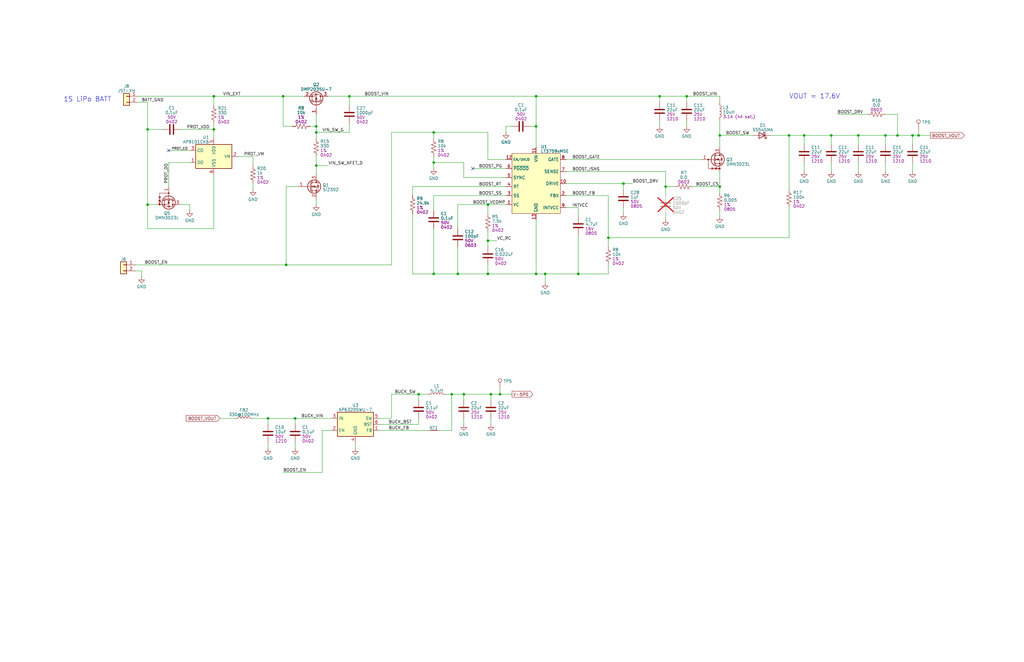
<source format=kicad_sch>
(kicad_sch (version 20230121) (generator eeschema)
  (paper "B")
  (junction (at 182.88 68.58))
  (junction (at 124.46 176.53))
  (junction (at 278.13 40.64))
  (junction (at 90.17 54.61))
  (junction (at 182.88 115.57))
  (junction (at 119.38 40.64))
  (junction (at 384.81 57.15))
  (junction (at 226.06 53.34))
  (junction (at 190.5 166.37))
  (junction (at 350.52 57.15))
  (junction (at 361.95 57.15))
  (junction (at 378.46 57.15))
  (junction (at 210.82 166.37))
  (junction (at 205.74 101.6))
  (junction (at 133.35 69.85))
  (junction (at 120.65 111.76))
  (junction (at 147.32 40.64))
  (junction (at 193.04 115.57))
  (junction (at 280.67 78.74))
  (junction (at 133.35 55.88))
  (junction (at 133.35 53.34))
  (junction (at 205.74 86.36))
  (junction (at 90.17 40.64))
  (junction (at 332.74 57.15))
  (junction (at 226.06 40.64))
  (junction (at 176.53 166.37))
  (junction (at 226.06 115.57))
  (junction (at 205.74 115.57))
  (junction (at 289.56 40.64))
  (junction (at 207.01 166.37))
  (junction (at 387.35 57.15))
  (junction (at 256.54 100.33))
  (junction (at 339.09 57.15))
  (junction (at 303.53 78.74))
  (junction (at 62.23 86.36))
  (junction (at 182.88 55.88))
  (junction (at 373.38 57.15))
  (junction (at 113.03 176.53))
  (junction (at 195.58 166.37))
  (junction (at 303.53 57.15))
  (junction (at 229.87 115.57))
  (junction (at 62.23 54.61))
  (junction (at 262.89 77.47))
  (junction (at 243.84 115.57))
  (no_connect (at 199.39 71.12))
  (no_connect (at 71.12 63.5))
  (wire (pts (xy 133.35 66.04) (xy 133.35 69.85)))
  (wire (pts (xy 133.35 55.88) (xy 147.32 55.88)))
  (wire (pts (xy 256.54 111.76) (xy 256.54 115.57)))
  (wire (pts (xy 133.35 69.85) (xy 133.35 73.66)))
  (wire (pts (xy 119.38 40.64) (xy 128.27 40.64)))
  (wire (pts (xy 119.38 53.34) (xy 119.38 40.64)))
  (wire (pts (xy 350.52 68.58) (xy 350.52 72.39)))
  (wire (pts (xy 280.67 78.74) (xy 280.67 82.55)))
  (wire (pts (xy 165.1 166.37) (xy 176.53 166.37)))
  (wire (pts (xy 160.02 179.07) (xy 176.53 179.07)))
  (wire (pts (xy 256.54 100.33) (xy 332.74 100.33)))
  (wire (pts (xy 292.1 78.74) (xy 303.53 78.74)))
  (wire (pts (xy 373.38 68.58) (xy 373.38 72.39)))
  (wire (pts (xy 387.35 57.15) (xy 392.43 57.15)))
  (wire (pts (xy 350.52 57.15) (xy 361.95 57.15)))
  (wire (pts (xy 256.54 82.55) (xy 256.54 100.33)))
  (wire (pts (xy 193.04 96.52) (xy 193.04 86.36)))
  (wire (pts (xy 90.17 40.64) (xy 90.17 44.45)))
  (wire (pts (xy 76.2 86.36) (xy 80.01 86.36)))
  (wire (pts (xy 182.88 96.52) (xy 182.88 115.57)))
  (wire (pts (xy 210.82 166.37) (xy 207.01 166.37)))
  (wire (pts (xy 59.69 114.3) (xy 59.69 116.84)))
  (wire (pts (xy 182.88 82.55) (xy 182.88 88.9)))
  (wire (pts (xy 262.89 87.63) (xy 262.89 90.17)))
  (wire (pts (xy 182.88 115.57) (xy 193.04 115.57)))
  (wire (pts (xy 139.7 176.53) (xy 124.46 176.53)))
  (wire (pts (xy 238.76 67.31) (xy 295.91 67.31)))
  (wire (pts (xy 215.9 166.37) (xy 210.82 166.37)))
  (wire (pts (xy 226.06 40.64) (xy 226.06 53.34)))
  (wire (pts (xy 378.46 57.15) (xy 373.38 57.15)))
  (wire (pts (xy 90.17 73.66) (xy 90.17 96.52)))
  (wire (pts (xy 124.46 186.69) (xy 124.46 189.23)))
  (wire (pts (xy 147.32 55.88) (xy 147.32 52.07)))
  (wire (pts (xy 138.43 69.85) (xy 133.35 69.85)))
  (wire (pts (xy 149.86 186.69) (xy 149.86 189.23)))
  (wire (pts (xy 190.5 166.37) (xy 195.58 166.37)))
  (wire (pts (xy 106.68 66.04) (xy 106.68 69.85)))
  (wire (pts (xy 176.53 166.37) (xy 180.34 166.37)))
  (wire (pts (xy 205.74 67.31) (xy 213.36 67.31)))
  (wire (pts (xy 165.1 111.76) (xy 120.65 111.76)))
  (wire (pts (xy 256.54 115.57) (xy 243.84 115.57)))
  (wire (pts (xy 133.35 55.88) (xy 133.35 58.42)))
  (wire (pts (xy 57.15 111.76) (xy 120.65 111.76)))
  (wire (pts (xy 387.35 54.61) (xy 387.35 57.15)))
  (wire (pts (xy 113.03 186.69) (xy 113.03 189.23)))
  (wire (pts (xy 256.54 100.33) (xy 256.54 104.14)))
  (wire (pts (xy 262.89 77.47) (xy 266.7 77.47)))
  (wire (pts (xy 226.06 53.34) (xy 226.06 62.23)))
  (wire (pts (xy 278.13 50.8) (xy 278.13 53.34)))
  (wire (pts (xy 243.84 87.63) (xy 243.84 91.44)))
  (wire (pts (xy 176.53 179.07) (xy 176.53 176.53)))
  (wire (pts (xy 280.67 90.17) (xy 280.67 92.71)))
  (wire (pts (xy 238.76 77.47) (xy 262.89 77.47)))
  (wire (pts (xy 205.74 97.79) (xy 205.74 101.6)))
  (wire (pts (xy 303.53 40.64) (xy 289.56 40.64)))
  (wire (pts (xy 100.33 66.04) (xy 106.68 66.04)))
  (wire (pts (xy 106.68 77.47) (xy 106.68 80.01)))
  (wire (pts (xy 243.84 99.06) (xy 243.84 115.57)))
  (wire (pts (xy 80.01 86.36) (xy 80.01 88.9)))
  (wire (pts (xy 193.04 104.14) (xy 193.04 115.57)))
  (wire (pts (xy 205.74 86.36) (xy 205.74 90.17)))
  (wire (pts (xy 120.65 78.74) (xy 125.73 78.74)))
  (wire (pts (xy 195.58 68.58) (xy 195.58 74.93)))
  (wire (pts (xy 182.88 66.04) (xy 182.88 68.58)))
  (wire (pts (xy 339.09 68.58) (xy 339.09 72.39)))
  (wire (pts (xy 238.76 82.55) (xy 256.54 82.55)))
  (wire (pts (xy 106.68 176.53) (xy 113.03 176.53)))
  (wire (pts (xy 215.9 53.34) (xy 213.36 53.34)))
  (wire (pts (xy 332.74 57.15) (xy 339.09 57.15)))
  (wire (pts (xy 213.36 86.36) (xy 205.74 86.36)))
  (wire (pts (xy 182.88 68.58) (xy 195.58 68.58)))
  (wire (pts (xy 180.34 181.61) (xy 160.02 181.61)))
  (wire (pts (xy 173.99 82.55) (xy 173.99 78.74)))
  (wire (pts (xy 303.53 72.39) (xy 303.53 78.74)))
  (wire (pts (xy 133.35 83.82) (xy 133.35 86.36)))
  (wire (pts (xy 289.56 50.8) (xy 289.56 53.34)))
  (wire (pts (xy 278.13 43.18) (xy 278.13 40.64)))
  (wire (pts (xy 303.53 43.18) (xy 303.53 40.64)))
  (wire (pts (xy 119.38 199.39) (xy 135.89 199.39)))
  (wire (pts (xy 229.87 115.57) (xy 243.84 115.57)))
  (wire (pts (xy 147.32 44.45) (xy 147.32 40.64)))
  (wire (pts (xy 123.19 53.34) (xy 119.38 53.34)))
  (wire (pts (xy 62.23 96.52) (xy 62.23 86.36)))
  (wire (pts (xy 223.52 53.34) (xy 226.06 53.34)))
  (wire (pts (xy 66.04 86.36) (xy 62.23 86.36)))
  (wire (pts (xy 332.74 57.15) (xy 332.74 80.01)))
  (wire (pts (xy 229.87 115.57) (xy 229.87 119.38)))
  (wire (pts (xy 90.17 52.07) (xy 90.17 54.61)))
  (wire (pts (xy 173.99 78.74) (xy 213.36 78.74)))
  (wire (pts (xy 124.46 176.53) (xy 124.46 179.07)))
  (wire (pts (xy 71.12 78.74) (xy 71.12 68.58)))
  (wire (pts (xy 62.23 54.61) (xy 62.23 86.36)))
  (wire (pts (xy 195.58 176.53) (xy 195.58 179.07)))
  (wire (pts (xy 378.46 57.15) (xy 378.46 48.26)))
  (wire (pts (xy 213.36 82.55) (xy 182.88 82.55)))
  (wire (pts (xy 361.95 68.58) (xy 361.95 72.39)))
  (wire (pts (xy 92.71 176.53) (xy 99.06 176.53)))
  (wire (pts (xy 207.01 168.91) (xy 207.01 166.37)))
  (wire (pts (xy 182.88 55.88) (xy 165.1 55.88)))
  (wire (pts (xy 317.5 57.15) (xy 303.53 57.15)))
  (wire (pts (xy 90.17 40.64) (xy 119.38 40.64)))
  (wire (pts (xy 373.38 57.15) (xy 361.95 57.15)))
  (wire (pts (xy 303.53 57.15) (xy 303.53 62.23)))
  (wire (pts (xy 387.35 57.15) (xy 384.81 57.15)))
  (wire (pts (xy 207.01 176.53) (xy 207.01 179.07)))
  (wire (pts (xy 205.74 101.6) (xy 205.74 104.14)))
  (wire (pts (xy 350.52 60.96) (xy 350.52 57.15)))
  (wire (pts (xy 133.35 48.26) (xy 133.35 53.34)))
  (wire (pts (xy 173.99 115.57) (xy 182.88 115.57)))
  (wire (pts (xy 190.5 166.37) (xy 190.5 181.61)))
  (wire (pts (xy 205.74 111.76) (xy 205.74 115.57)))
  (wire (pts (xy 278.13 40.64) (xy 226.06 40.64)))
  (wire (pts (xy 71.12 63.5) (xy 80.01 63.5)))
  (wire (pts (xy 90.17 54.61) (xy 90.17 58.42)))
  (wire (pts (xy 165.1 176.53) (xy 165.1 166.37)))
  (wire (pts (xy 262.89 77.47) (xy 262.89 80.01)))
  (wire (pts (xy 284.48 78.74) (xy 280.67 78.74)))
  (wire (pts (xy 384.81 57.15) (xy 378.46 57.15)))
  (wire (pts (xy 278.13 40.64) (xy 289.56 40.64)))
  (wire (pts (xy 361.95 60.96) (xy 361.95 57.15)))
  (wire (pts (xy 325.12 57.15) (xy 332.74 57.15)))
  (wire (pts (xy 353.06 48.26) (xy 365.76 48.26)))
  (wire (pts (xy 113.03 176.53) (xy 124.46 176.53)))
  (wire (pts (xy 195.58 166.37) (xy 195.58 168.91)))
  (wire (pts (xy 133.35 53.34) (xy 133.35 55.88)))
  (wire (pts (xy 350.52 57.15) (xy 339.09 57.15)))
  (wire (pts (xy 339.09 57.15) (xy 339.09 60.96)))
  (wire (pts (xy 226.06 92.71) (xy 226.06 115.57)))
  (wire (pts (xy 135.89 181.61) (xy 139.7 181.61)))
  (wire (pts (xy 173.99 90.17) (xy 173.99 115.57)))
  (wire (pts (xy 58.42 43.18) (xy 62.23 43.18)))
  (wire (pts (xy 238.76 87.63) (xy 243.84 87.63)))
  (wire (pts (xy 58.42 40.64) (xy 90.17 40.64)))
  (wire (pts (xy 384.81 60.96) (xy 384.81 57.15)))
  (wire (pts (xy 226.06 115.57) (xy 229.87 115.57)))
  (wire (pts (xy 205.74 101.6) (xy 209.55 101.6)))
  (wire (pts (xy 373.38 60.96) (xy 373.38 57.15)))
  (wire (pts (xy 303.53 88.9) (xy 303.53 91.44)))
  (wire (pts (xy 130.81 53.34) (xy 133.35 53.34)))
  (wire (pts (xy 160.02 176.53) (xy 165.1 176.53)))
  (wire (pts (xy 113.03 176.53) (xy 113.03 179.07)))
  (wire (pts (xy 147.32 40.64) (xy 138.43 40.64)))
  (wire (pts (xy 190.5 181.61) (xy 185.42 181.61)))
  (wire (pts (xy 195.58 74.93) (xy 213.36 74.93)))
  (wire (pts (xy 176.53 166.37) (xy 176.53 168.91)))
  (wire (pts (xy 205.74 55.88) (xy 205.74 67.31)))
  (wire (pts (xy 199.39 71.12) (xy 213.36 71.12)))
  (wire (pts (xy 332.74 100.33) (xy 332.74 87.63)))
  (wire (pts (xy 193.04 115.57) (xy 205.74 115.57)))
  (wire (pts (xy 182.88 55.88) (xy 182.88 58.42)))
  (wire (pts (xy 303.53 78.74) (xy 303.53 81.28)))
  (wire (pts (xy 210.82 163.83) (xy 210.82 166.37)))
  (wire (pts (xy 280.67 72.39) (xy 238.76 72.39)))
  (wire (pts (xy 62.23 54.61) (xy 62.23 43.18)))
  (wire (pts (xy 384.81 68.58) (xy 384.81 72.39)))
  (wire (pts (xy 165.1 55.88) (xy 165.1 111.76)))
  (wire (pts (xy 187.96 166.37) (xy 190.5 166.37)))
  (wire (pts (xy 195.58 166.37) (xy 207.01 166.37)))
  (wire (pts (xy 289.56 40.64) (xy 289.56 43.18)))
  (wire (pts (xy 120.65 78.74) (xy 120.65 111.76)))
  (wire (pts (xy 57.15 114.3) (xy 59.69 114.3)))
  (wire (pts (xy 205.74 115.57) (xy 226.06 115.57)))
  (wire (pts (xy 62.23 54.61) (xy 68.58 54.61)))
  (wire (pts (xy 90.17 96.52) (xy 62.23 96.52)))
  (wire (pts (xy 135.89 199.39) (xy 135.89 181.61)))
  (wire (pts (xy 182.88 68.58) (xy 182.88 71.12)))
  (wire (pts (xy 76.2 54.61) (xy 90.17 54.61)))
  (wire (pts (xy 193.04 86.36) (xy 205.74 86.36)))
  (wire (pts (xy 303.53 50.8) (xy 303.53 57.15)))
  (wire (pts (xy 378.46 48.26) (xy 373.38 48.26)))
  (wire (pts (xy 71.12 68.58) (xy 80.01 68.58)))
  (wire (pts (xy 280.67 78.74) (xy 280.67 72.39)))
  (wire (pts (xy 213.36 53.34) (xy 213.36 55.88)))
  (wire (pts (xy 147.32 40.64) (xy 226.06 40.64)))
  (wire (pts (xy 205.74 55.88) (xy 182.88 55.88)))
  (text "VOUT = 17.6V" (at 332.74 41.91 0) (effects (font (size 2 2)) (justify left bottom)))
  (text "1S LiPo BATT" (at 46.99 43.18 0) (effects (font (size 2 2)) (justify right bottom)))
  (label "BATT_GND" (at 59.69 43.18 0))
  (label "BOOST_VIN" (at 153.67 40.64 0))
  (label "BOOST_CS" (at 293.37 78.74 0))
  (label "BOOST_RT" (at 201.93 78.74 0))
  (label "VIN_EXT" (at 93.98 40.64 0))
  (label "PROT_CO" (at 72.39 63.5 0) (effects (font (size 1 1))))
  (label "BOOST_PG" (at 201.93 71.12 0))
  (label "BOOST_DRV" (at 353.06 48.26 0))
  (label "BOOST_SW" (at 306.07 57.15 0))
  (label "BOOST_ISNS" (at 241.3 72.39 0))
  (label "BUCK_SW" (at 166.37 166.37 0))
  (label "BUCK_FB" (at 163.83 181.61 0))
  (label "BOOST_DRV" (at 266.7 77.47 0))
  (label "PROT_VM" (at 102.87 66.04 0))
  (label "PROT_VDD" (at 78.74 54.61 0))
  (label "PROT_DO" (at 71.12 77.47 90))
  (label "BOOST_FB" (at 241.3 82.55 0))
  (label "BOOST_EN" (at 60.96 111.76 0))
  (label "VC_RC" (at 209.55 101.6 0))
  (label "BUCK_BST" (at 163.83 179.07 0))
  (label "BOOST_GATE" (at 241.3 67.31 0))
  (label "BUCK_VIN" (at 127 176.53 0))
  (label "BOOST_SS" (at 201.93 82.55 0))
  (label "VIN_SW_NFET_D" (at 138.43 69.85 0))
  (label "BOOST_VCOMP" (at 199.39 86.36 0))
  (label "VIN_SW_G" (at 135.89 55.88 0))
  (label "INTVCC" (at 241.3 87.63 0))
  (label "BOOST_EN" (at 119.38 199.39 0))
  (label "BOOST_VIN" (at 292.1 40.64 0))
  (global_label "BOOST_VOUT" (shape output) (at 392.43 57.15 0) (property "Intersheetrefs" "${INTERSHEET_REFS}" (effects hide)))
  (global_label "BOOST_VOUT" (shape input) (at 92.71 176.53 180) (property "Intersheetrefs" "${INTERSHEET_REFS}" (effects hide)))
  (global_label "V-5P0" (shape output) (at 215.9 166.37 0) (property "Intersheetrefs" "${INTERSHEET_REFS}" (effects hide)))
  (symbol (lib_id "Device:C") (at 176.53 172.72 0) (unit 1)
    (property "Reference" "C1" (at 179.451 170.1553 0) (effects (justify left)))
    (property "Value" "0.1uF" (at 179.451 172.0763 0) (effects (justify left)))
    (property "Footprint" "Capacitor_SMD:C_0402_1005Metric" (effects hide))
    (property "Voltage Rating" "50V" (at 179.451 173.9973 0) (effects (justify left)))
    (property "Mfr. Part #" "GRM155R71H104KE14D" (effects hide))
    (property "JLCPCB Part #" "C77020" (effects hide))
    (property "Description" "50V 100nF X7R ±10% 0402 Multilayer Ceramic Capacitors MLCC - SMD/SMT ROHS" (effects hide))
    (property "Manufacturer" "Murata Electronics" (effects hide))
    (property "Mfr Part #" "GRM155R71H104KE14D" (effects hide))
    (property "Package Desc" "0402" (at 179.451 175.9183 0) (effects (justify left)))
    (instances (project "Rhubarb_Pi_HW" (path "" (reference "C1") (unit 1)) (path "" (reference "C5") (unit 1))) (project "FET_Amplifier_HW" (path "" (reference "C26") (unit 1)) (path "" (reference "C33") (unit 1))) (project "FM_Radio_70cm_HW" (path "" (reference "C33") (unit 1)) (path "" (reference "C10") (unit 1)) (path "" (reference "C74") (unit 1)) (path "" (reference "C60") (unit 1))))
  )
  (symbol (lib_id "power:GND") (at 373.38 72.39 0) (unit 1)
    (property "Reference" "#PWR031" (effects hide))
    (property "Value" "GND" (at 373.38 76.5255 0))
    (instances (project "FET_Amplifier_HW" (path "" (reference "#PWR031") (unit 1)) (path "" (reference "#PWR041") (unit 1))))
  )
  (symbol (lib_id "Device:C") (at 205.74 107.95 0) (unit 1)
    (property "Reference" "C16" (at 208.661 105.3853 0) (effects (justify left)))
    (property "Value" "0.022uF" (at 208.661 107.3063 0) (effects (justify left)))
    (property "Footprint" "Capacitor_SMD:C_0402_1005Metric" (effects hide))
    (property "Description" "CAP SMD 22nF 10% 50V X7R 0603" (effects hide))
    (property "JLCPCB Part #" "C21122" (effects hide))
    (property "Manufacturer" "Samsung Electro-Mechanics" (effects hide))
    (property "Mfr. Part #" "CL10B223KB8NNNC" (effects hide))
    (property "Voltage Rating" "50V" (at 208.661 109.2273 0) (effects (justify left)))
    (property "Package Desc" "0402" (at 208.661 111.1483 0) (effects (justify left)))
    (instances (project "FET_Amplifier_HW" (path "" (reference "C16") (unit 1)) (path "" (reference "C19") (unit 1))) (project "Pin_Diode_Duplexer" (path "" (reference "C5") (unit 1))) (project "FM_Radio_70cm_HW" (path "" (reference "C1") (unit 1))))
  )
  (symbol (lib_id "Device:NetTie_2") (at 182.88 181.61 0) (unit 1) (in_bom no)
    (property "Reference" "NT1" (at 182.88 180.5211 0))
    (property "Value" "NetTie_2" (effects hide))
    (property "Footprint" "Repowered_NetTies:NetTie-2_SMD_Pad0.25mm" (effects hide))
  )
  (symbol (lib_id "power:GND") (at 229.87 119.38 0) (unit 1)
    (property "Reference" "#PWR017" (effects hide))
    (property "Value" "GND" (at 229.87 123.5155 0))
    (instances (project "FET_Amplifier_HW" (path "" (reference "#PWR017") (unit 1)) (path "" (reference "#PWR032") (unit 1))))
  )
  (symbol (lib_id "Device:L") (at 184.15 166.37 90) (unit 1)
    (property "Reference" "L1" (at 184.15 162.8547 90))
    (property "Value" "4.7uH" (at 184.15 164.7757 90))
    (property "Footprint" "Inductor_SMD:L_Sunlord_SWPA4018S" (effects hide))
    (property "Mfr. Part #" "SWPA4018S4R7MT" (effects hide))
    (property "Manufacturer" "Sunlord" (effects hide))
    (property "JLCPCB Part #" "C60117" (effects hide))
    (instances (project "Weather_Balloon_Payload_HW" (path "" (reference "L1") (unit 1))) (project "FET_Amplifier_HW" (path "" (reference "L8") (unit 1))) (project "RS232_Pirate_HW" (path "" (reference "L2") (unit 1))))
  )
  (symbol (lib_id "Device:R_US") (at 90.17 48.26 0) (unit 1)
    (property "Reference" "R21" (at 91.821 45.6953 0) (effects (justify left)))
    (property "Value" "330" (at 91.821 47.6163 0) (effects (justify left)))
    (property "Footprint" "Resistor_SMD:R_0402_1005Metric" (effects hide))
    (property "Tolerance" "1%" (at 91.821 49.5373 0) (effects (justify left)))
    (property "Package Desc" "0402" (at 91.821 51.4583 0) (effects (justify left)))
    (property "Manufacturer" "UNI-ROYAL(Uniroyal Elec)" (effects hide))
    (property "Mfr. Part #" "0402WGF3300TCE" (effects hide))
    (property "JLCPCB Part #" "C25104" (effects hide))
    (instances (project "FET_Amplifier_HW" (path "" (reference "R21") (unit 1)) (path "" (reference "R5") (unit 1))))
  )
  (symbol (lib_id "power:GND") (at 280.67 92.71 0) (unit 1)
    (property "Reference" "#PWR035" (effects hide))
    (property "Value" "GND" (at 280.67 96.8455 0))
  )
  (symbol (lib_id "Device:C") (at 373.38 64.77 0) (unit 1)
    (property "Reference" "C11" (at 376.301 62.2053 0) (effects (justify left)))
    (property "Value" "22uF" (at 376.301 64.1263 0) (effects (justify left)))
    (property "Footprint" "Capacitor_SMD:C_1210_3225Metric" (effects hide))
    (property "JLCPCB Part #" "C342660" (effects hide))
    (property "Manufacturer" "TDK" (effects hide))
    (property "Mfr. Part #" "C3225X7R1C226KT000N" (effects hide))
    (property "Voltage Rating" "25V" (at 376.301 66.0473 0) (effects (justify left)))
    (property "Package Desc" "1210" (at 376.301 67.9683 0) (effects (justify left)))
    (property "Description" "CAP CER 22uF 20% 25V X5R 1210" (effects hide))
    (instances (project "Weather_Balloon_Payload_HW" (path "" (reference "C11") (unit 1))) (project "FET_Amplifier_HW" (path "" (reference "C21") (unit 1)) (path "" (reference "C29") (unit 1))) (project "RF_Freq_Synth" (path "" (reference "C32") (unit 1))) (project "RS232_Pirate_HW" (path "" (reference "C6") (unit 1))) (project "FM_Radio_70cm_HW" (path "" (reference "C85") (unit 1))))
  )
  (symbol (lib_id "power:GND") (at 149.86 189.23 0) (unit 1)
    (property "Reference" "#PWR047" (effects hide))
    (property "Value" "GND" (at 149.86 193.3655 0))
  )
  (symbol (lib_id "Device:C") (at 289.56 46.99 0) (unit 1)
    (property "Reference" "C11" (at 292.481 44.4253 0) (effects (justify left)))
    (property "Value" "22uF" (at 292.481 46.3463 0) (effects (justify left)))
    (property "Footprint" "Capacitor_SMD:C_1210_3225Metric" (effects hide))
    (property "JLCPCB Part #" "C342660" (effects hide))
    (property "Manufacturer" "TDK" (effects hide))
    (property "Mfr. Part #" "C3225X7R1C226KT000N" (effects hide))
    (property "Voltage Rating" "25V" (at 292.481 48.2673 0) (effects (justify left)))
    (property "Package Desc" "1210" (at 292.481 50.1883 0) (effects (justify left)))
    (property "Description" "CAP CER 22uF 20% 25V X5R 1210" (effects hide))
    (instances (project "Weather_Balloon_Payload_HW" (path "" (reference "C11") (unit 1))) (project "FET_Amplifier_HW" (path "" (reference "C23") (unit 1)) (path "" (reference "C25") (unit 1))) (project "RF_Freq_Synth" (path "" (reference "C32") (unit 1))) (project "RS232_Pirate_HW" (path "" (reference "C6") (unit 1))) (project "FM_Radio_70cm_HW" (path "" (reference "C85") (unit 1))))
  )
  (symbol (lib_id "Device:C") (at 193.04 100.33 0) (unit 1)
    (property "Reference" "C12" (at 195.961 97.7653 0) (effects (justify left)))
    (property "Value" "100pF" (at 195.961 99.6863 0) (effects (justify left)))
    (property "Footprint" "Capacitor_SMD:C_0603_1608Metric" (effects hide))
    (property "Description" "CAP SMD 100pF 10% 50V NP0/C0G 0603" (effects hide))
    (property "JLCPCB Part #" "C14858" (effects hide))
    (property "Manufacturer" "Samsung Electro-Mechanics" (effects hide))
    (property "Mfr. Part #" "CL10C101JB8NNNC" (effects hide))
    (property "Voltage Rating" "50V" (at 195.961 101.6073 0) (effects (justify left)))
    (property "Package Desc" "0603" (at 195.961 103.5283 0) (effects (justify left)))
    (instances (project "FET_Amplifier_HW" (path "" (reference "C12") (unit 1)) (path "" (reference "C18") (unit 1))) (project "Pin_Diode_Duplexer" (path "" (reference "C5") (unit 1))) (project "FM_Radio_70cm_HW" (path "" (reference "C1") (unit 1))))
  )
  (symbol (lib_id "power:GND") (at 350.52 72.39 0) (unit 1)
    (property "Reference" "#PWR029" (effects hide))
    (property "Value" "GND" (at 350.52 76.5255 0))
    (instances (project "FET_Amplifier_HW" (path "" (reference "#PWR029") (unit 1)) (path "" (reference "#PWR039") (unit 1))))
  )
  (symbol (lib_id "Transistor_FET:DMG1012T") (at 71.12 83.82 270) (unit 1)
    (property "Reference" "Q5" (at 70.4215 89.9875 90))
    (property "Value" "DMN3023L" (at 70.4215 91.9085 90))
    (property "Footprint" "Repowered_TO-SOT-SMD:SOT-23" (effects hide))
    (property "Datasheet" "https://www.diodes.com/assets/Datasheets/DMN3023L.pdf" (effects hide))
    (instances (project "FET_Amplifier_HW" (path "" (reference "Q5") (unit 1)) (path "" (reference "Q2") (unit 1))))
  )
  (symbol (lib_id "Device:C") (at 207.01 172.72 0) (unit 1)
    (property "Reference" "C2" (at 209.931 170.1553 0) (effects (justify left)))
    (property "Value" "22uF" (at 209.931 172.0763 0) (effects (justify left)))
    (property "Footprint" "Capacitor_SMD:C_1210_3225Metric" (effects hide))
    (property "JLCPCB Part #" "C342660" (effects hide))
    (property "Manufacturer" "TDK" (effects hide))
    (property "Mfr. Part #" "C3225X7R1C226KT000N" (effects hide))
    (property "Voltage Rating" "25V" (at 209.931 173.9973 0) (effects (justify left)))
    (property "Package Desc" "1210" (at 209.931 175.9183 0) (effects (justify left)))
    (property "Description" "CAP CER 22uF 20% 25V X5R 1210" (effects hide))
    (instances (project "Weather_Balloon_Payload_HW" (path "" (reference "C2") (unit 1))) (project "FET_Amplifier_HW" (path "" (reference "C35") (unit 1))) (project "RF_Freq_Synth" (path "" (reference "C32") (unit 1))) (project "RS232_Pirate_HW" (path "" (reference "C6") (unit 1))) (project "FM_Radio_70cm_HW" (path "" (reference "C85") (unit 1))))
  )
  (symbol (lib_id "Connector_Generic:Conn_01x02") (at 52.07 111.76 0) (mirror y) (unit 1)
    (property "Reference" "J6" (at 52.07 109.4011 0))
    (property "Value" "Conn_01x02" (effects hide))
    (property "Footprint" "Connector_PinHeader_2.54mm:PinHeader_1x02_P2.54mm_Vertical" (effects hide))
    (instances (project "FET_Amplifier_HW" (path "" (reference "J6") (unit 1)) (path "" (reference "J2") (unit 1))))
  )
  (symbol (lib_id "Device:R_US") (at 205.74 93.98 180) (unit 1)
    (property "Reference" "R5" (at 207.391 91.4153 0) (effects (justify right)))
    (property "Value" "7.5k" (at 207.391 93.3363 0) (effects (justify right)))
    (property "Footprint" "Resistor_SMD:R_0402_1005Metric" (effects hide))
    (property "Tolerance" "1%" (at 207.391 95.2573 0) (effects (justify right)))
    (property "Package Desc" "0402" (at 207.391 97.1783 0) (effects (justify right)))
    (property "Manufacturer" "UNI-ROYAL(Uniroyal Elec)" (effects hide))
    (property "Mfr. Part #" "0402WGF7501TCE" (effects hide))
    (property "JLCPCB Part #" "C25918" (effects hide))
    (instances (project "FET_Amplifier_HW" (path "" (reference "R5") (unit 1)) (path "" (reference "R15") (unit 1))))
  )
  (symbol (lib_id "Connector:TestPoint") (at 210.82 163.83 0) (unit 1)
    (property "Reference" "TP5" (at 212.217 160.8448 0) (effects (justify left)))
    (property "Value" "TestPoint" (effects hide))
    (property "Footprint" "TestPoint:TestPoint_Pad_D1.0mm" (effects hide))
    (instances (project "FET_Amplifier_HW" (path "" (reference "TP5") (unit 1)) (path "" (reference "TP10") (unit 1))))
  )
  (symbol (lib_id "Device:R_US") (at 133.35 62.23 0) (unit 1)
    (property "Reference" "R15" (at 135.001 59.6653 0) (effects (justify left)))
    (property "Value" "330" (at 135.001 61.5863 0) (effects (justify left)))
    (property "Footprint" "Resistor_SMD:R_0402_1005Metric" (effects hide))
    (property "Tolerance" "1%" (at 135.001 63.5073 0) (effects (justify left)))
    (property "Package Desc" "0402" (at 135.001 65.4283 0) (effects (justify left)))
    (property "Manufacturer" "UNI-ROYAL(Uniroyal Elec)" (effects hide))
    (property "Mfr. Part #" "0402WGF3300TCE" (effects hide))
    (property "JLCPCB Part #" "C25104" (effects hide))
    (instances (project "FET_Amplifier_HW" (path "" (reference "R15") (unit 1)) (path "" (reference "R8") (unit 1))))
  )
  (symbol (lib_id "Device:C") (at 219.71 53.34 90) (unit 1)
    (property "Reference" "C1" (at 219.71 44.3291 90))
    (property "Value" "0.1uF" (at 219.71 46.2501 90))
    (property "Footprint" "Capacitor_SMD:C_0402_1005Metric" (effects hide))
    (property "Voltage Rating" "50V" (at 219.71 48.1711 90))
    (property "Mfr. Part #" "GRM155R71H104KE14D" (effects hide))
    (property "JLCPCB Part #" "C77020" (effects hide))
    (property "Description" "50V 100nF X7R ±10% 0402 Multilayer Ceramic Capacitors MLCC - SMD/SMT ROHS" (effects hide))
    (property "Manufacturer" "Murata Electronics" (effects hide))
    (property "Mfr Part #" "GRM155R71H104KE14D" (effects hide))
    (property "Package Desc" "0402" (at 219.71 50.0921 90))
    (instances (project "Rhubarb_Pi_HW" (path "" (reference "C1") (unit 1)) (path "" (reference "C5") (unit 1))) (project "FET_Amplifier_HW" (path "" (reference "C29") (unit 1)) (path "" (reference "C20") (unit 1))) (project "FM_Radio_70cm_HW" (path "" (reference "C33") (unit 1)) (path "" (reference "C10") (unit 1)) (path "" (reference "C74") (unit 1)) (path "" (reference "C60") (unit 1))))
  )
  (symbol (lib_id "power:GND") (at 124.46 189.23 0) (unit 1)
    (property "Reference" "#PWR029" (effects hide))
    (property "Value" "GND" (at 124.46 193.3655 0))
    (instances (project "Weather_Balloon_Payload_HW" (path "" (reference "#PWR029") (unit 1))) (project "FET_Amplifier_HW" (path "" (reference "#PWR049") (unit 1))) (project "RS232_Pirate_HW" (path "" (reference "#PWR013") (unit 1))))
  )
  (symbol (lib_id "Device:C") (at 280.67 86.36 0) (unit 1) (dnp yes)
    (property "Reference" "C25" (at 283.591 83.7953 0) (effects (justify left)))
    (property "Value" "1000pF" (at 283.591 85.7163 0) (effects (justify left)))
    (property "Footprint" "Capacitor_SMD:C_0402_1005Metric" (effects hide))
    (property "Description" "CAP SMD 1000pF 10% 50V X7R 0603" (effects hide))
    (property "JLCPCB Part #" "C1588" (effects hide))
    (property "Manufacturer" "Samsung Electro-Mechanics" (effects hide))
    (property "Mfr Part #" "C1005NPO102JGT" (effects hide))
    (property "Mfr. Part #" "CL10B102KB8NNNC" (effects hide))
    (property "Voltage Rating" "50V" (at 283.591 87.6373 0) (effects (justify left)))
    (property "Package Desc" "0402" (at 283.591 89.5583 0) (effects (justify left)))
    (instances (project "FET_Amplifier_HW" (path "" (reference "C25") (unit 1)) (path "" (reference "C24") (unit 1))) (project "Pin_Diode_Duplexer" (path "" (reference "C5") (unit 1))) (project "FM_Radio_70cm_HW" (path "" (reference "C1") (unit 1))))
  )
  (symbol (lib_id "Device:D_Schottky") (at 321.31 57.15 180) (unit 1)
    (property "Reference" "D1" (at 321.6275 52.8701 0))
    (property "Value" "SS54SMA" (at 321.6275 54.7911 0))
    (property "Footprint" "Diode_SMD:D_SMA" (effects hide))
    (property "Mfr. Part #" "SS54SMA" (effects hide))
    (property "JLCPCB Part #" "C511853" (effects hide))
    (property "Description" "40V 550mV@3A 5A SMA Schottky" (effects hide))
  )
  (symbol (lib_id "Device:R_US") (at 256.54 107.95 0) (unit 1)
    (property "Reference" "R8" (at 258.191 105.3853 0) (effects (justify left)))
    (property "Value" "10k" (at 258.191 107.3063 0) (effects (justify left)))
    (property "Footprint" "Resistor_SMD:R_0402_1005Metric" (effects hide))
    (property "Description" "62.5mW Thick Film Resistors ±0.5% 10.2kΩ 0402 Chip Resistor - Surface Mount ROHS" (effects hide))
    (property "JLCPCB Part #" "C303730" (effects hide))
    (property "Manufacturer" "RALEC" (effects hide))
    (property "Mfr. Part #" "RTT021022DTH" (effects hide))
    (property "Tolerance" "1%" (at 258.191 109.2273 0) (effects (justify left)))
    (property "Package Desc" "0402" (at 258.191 111.1483 0) (effects (justify left)))
    (instances (project "Weather_Balloon_Payload_HW" (path "" (reference "R8") (unit 1))) (project "FET_Amplifier_HW" (path "" (reference "R18") (unit 1)) (path "" (reference "R16") (unit 1))) (project "RS232_Pirate_HW" (path "" (reference "R3") (unit 1))) (project "FM_Radio_70cm_HW" (path "" (reference "R1") (unit 1)) (path "" (reference "R1") (unit 1))))
  )
  (symbol (lib_id "Device:R_US") (at 332.74 83.82 180) (unit 1)
    (property "Reference" "R17" (at 334.391 81.2553 0) (effects (justify right)))
    (property "Value" "100k" (at 334.391 83.1763 0) (effects (justify right)))
    (property "Footprint" "Resistor_SMD:R_0402_1005Metric" (effects hide))
    (property "Tolerance" "1%" (at 334.391 85.0973 0) (effects (justify right)))
    (property "Package Desc" "0402" (at 334.391 87.0183 0) (effects (justify right)))
    (property "Manufacturer" "UNI-ROYAL(Uniroyal Elec)" (effects hide))
    (property "Mfr. Part #" "0402WGF1003TCE" (effects hide))
    (property "JLCPCB Part #" "C25741" (effects hide))
    (instances (project "FET_Amplifier_HW" (path "" (reference "R17") (unit 1)) (path "" (reference "R20") (unit 1))))
  )
  (symbol (lib_id "power:GND") (at 361.95 72.39 0) (unit 1)
    (property "Reference" "#PWR030" (effects hide))
    (property "Value" "GND" (at 361.95 76.5255 0))
    (instances (project "FET_Amplifier_HW" (path "" (reference "#PWR030") (unit 1)) (path "" (reference "#PWR040") (unit 1))))
  )
  (symbol (lib_id "Device:C") (at 147.32 48.26 0) (unit 1)
    (property "Reference" "C27" (at 150.241 45.6953 0) (effects (justify left)))
    (property "Value" "1000pF" (at 150.241 47.6163 0) (effects (justify left)))
    (property "Footprint" "Capacitor_SMD:C_0402_1005Metric" (effects hide))
    (property "Description" "CAP SMD 1000pF 10% 50V X7R 0603" (effects hide))
    (property "JLCPCB Part #" "C1588" (effects hide))
    (property "Manufacturer" "Samsung Electro-Mechanics" (effects hide))
    (property "Mfr Part #" "C1005NPO102JGT" (effects hide))
    (property "Mfr. Part #" "CL10B102KB8NNNC" (effects hide))
    (property "Voltage Rating" "50V" (at 150.241 49.5373 0) (effects (justify left)))
    (property "Package Desc" "0402" (at 150.241 51.4583 0) (effects (justify left)))
    (instances (project "FET_Amplifier_HW" (path "" (reference "C27") (unit 1)) (path "" (reference "C16") (unit 1))) (project "Pin_Diode_Duplexer" (path "" (reference "C5") (unit 1))) (project "FM_Radio_70cm_HW" (path "" (reference "C1") (unit 1))))
  )
  (symbol (lib_id "power:GND") (at 182.88 71.12 0) (unit 1)
    (property "Reference" "#PWR038" (effects hide))
    (property "Value" "GND" (at 182.88 75.2555 0))
    (instances (project "FET_Amplifier_HW" (path "" (reference "#PWR038") (unit 1)) (path "" (reference "#PWR030") (unit 1))))
  )
  (symbol (lib_id "power:GND") (at 195.58 179.07 0) (unit 1)
    (property "Reference" "#PWR045" (effects hide))
    (property "Value" "GND" (at 195.58 183.2055 0))
  )
  (symbol (lib_id "power:GND") (at 59.69 116.84 0) (unit 1)
    (property "Reference" "#PWR033" (effects hide))
    (property "Value" "GND" (at 59.69 120.9755 0))
    (instances (project "FET_Amplifier_HW" (path "" (reference "#PWR033") (unit 1)) (path "" (reference "#PWR017") (unit 1))))
  )
  (symbol (lib_id "power:GND") (at 289.56 53.34 0) (unit 1)
    (property "Reference" "#PWR037" (effects hide))
    (property "Value" "GND" (at 289.56 57.4755 0))
    (instances (project "FET_Amplifier_HW" (path "" (reference "#PWR037") (unit 1)) (path "" (reference "#PWR036") (unit 1))))
  )
  (symbol (lib_id "Device:C") (at 243.84 95.25 0) (unit 1)
    (property "Reference" "C1" (at 246.761 92.6853 0) (effects (justify left)))
    (property "Value" "4.7uF" (at 246.761 94.6063 0) (effects (justify left)))
    (property "Footprint" "Capacitor_SMD:C_0805_2012Metric" (effects hide))
    (property "Voltage Rating" "16V" (at 246.761 96.5273 0) (effects (justify left)))
    (property "Mfr. Part #" "CL21A475KAQNNNE" (effects hide))
    (property "JLCPCB Part #" "C1779" (effects hide))
    (property "Description" "CAP CER 4.7UF 16V X5R 0805" (effects hide))
    (property "Manufacturer" "Samsung Electro-Mechanics" (effects hide))
    (property "Package Desc" "0805" (at 246.761 98.4483 0) (effects (justify left)))
    (instances (project "Rhubarb_Pi_HW" (path "" (reference "C1") (unit 1)) (path "" (reference "C5") (unit 1))) (project "FET_Amplifier_HW" (path "" (reference "C18") (unit 1)) (path "" (reference "C21") (unit 1))) (project "FM_Radio_70cm_HW" (path "" (reference "C33") (unit 1)) (path "" (reference "C10") (unit 1)) (path "" (reference "C74") (unit 1)) (path "" (reference "C60") (unit 1))))
  )
  (symbol (lib_id "power:GND") (at 213.36 55.88 0) (unit 1)
    (property "Reference" "#PWR040" (effects hide))
    (property "Value" "GND" (at 213.36 60.0155 0))
    (instances (project "FET_Amplifier_HW" (path "" (reference "#PWR040") (unit 1)) (path "" (reference "#PWR031") (unit 1))))
  )
  (symbol (lib_id "Device:R_US") (at 303.53 85.09 180) (unit 1)
    (property "Reference" "R6" (at 305.181 82.5253 0) (effects (justify right)))
    (property "Value" "0.005" (at 305.181 84.4463 0) (effects (justify right)))
    (property "Footprint" "Resistor_SMD:R_0805_2012Metric" (effects hide))
    (property "Tolerance" "1%" (at 305.181 86.3673 0) (effects (justify right)))
    (property "Package Desc" "0805" (at 305.181 88.2883 0) (effects (justify right)))
    (property "Manufacturer" "TA-I Tech" (effects hide))
    (property "Mfr. Part #" "RLM10FTSMR005" (effects hide))
    (property "JLCPCB Part #" "C163091" (effects hide))
    (instances (project "FET_Amplifier_HW" (path "" (reference "R6") (unit 1)) (path "" (reference "R18") (unit 1))))
  )
  (symbol (lib_id "Connector:TestPoint") (at 387.35 54.61 0) (unit 1)
    (property "Reference" "TP5" (at 388.747 51.6248 0) (effects (justify left)))
    (property "Value" "TestPoint" (effects hide))
    (property "Footprint" "TestPoint:TestPoint_Pad_D1.0mm" (effects hide))
  )
  (symbol (lib_id "Regulator_Switching:AP63205WU") (at 149.86 179.07 0) (unit 1)
    (property "Reference" "U3" (at 149.86 170.9801 0))
    (property "Value" "AP63205WU-7" (at 149.86 172.9011 0))
    (property "Footprint" "Package_TO_SOT_SMD:TSOT-23-6" (effects hide))
    (property "Datasheet" "https://www.diodes.com/assets/Datasheets/AP63200-AP63201-AP63203-AP63205.pdf" (effects hide))
    (property "Mfr. Part #" "AP63205WU-7" (effects hide))
    (property "JLCPCB Part #" "C2071056" (effects hide))
  )
  (symbol (lib_id "Device:Q_PMOS_GSD") (at 133.35 43.18 270) (mirror x) (unit 1)
    (property "Reference" "Q2" (at 133.35 35.7251 90))
    (property "Value" "DMP2035U-7" (at 133.35 37.6461 90))
    (property "Footprint" "Repowered_TO-SOT-SMD:SOT-23" (effects hide))
    (property "Mfr. Part #" "DMP2035U-7" (effects hide))
    (property "Description" "MOSFET P-CH 20V 3.6A SOT23-3" (effects hide))
    (property "JLCPCB Part #" "C443825" (effects hide))
    (property "Manufacturer" "Diodes Incorporated" (effects hide))
    (instances (project "FET_Amplifier_HW" (path "" (reference "Q2") (unit 1)) (path "" (reference "Q4") (unit 1))))
  )
  (symbol (lib_id "Device:C") (at 113.03 182.88 180) (unit 1)
    (property "Reference" "C10" (at 115.951 180.3153 0) (effects (justify right)))
    (property "Value" "10uF" (at 115.951 182.2363 0) (effects (justify right)))
    (property "Footprint" "Capacitor_SMD:C_1210_3225Metric" (effects hide))
    (property "Mfr. Part #" "UMK325AB7106KM-T" (effects hide))
    (property "JLCPCB Part #" "C386167" (effects hide))
    (property "Manufacturer" "Taiyo Yuden" (effects hide))
    (property "Voltage Rating" "50V" (at 115.951 184.1573 0) (effects (justify right)))
    (property "Description" "CAP SMD 10uF 50V 10% X7R 1210" (effects hide))
    (property "Package Desc" "1210" (at 115.951 186.0783 0) (effects (justify right)))
    (instances (project "FET_Amplifier_HW" (path "" (reference "C10") (unit 1)) (path "" (reference "C36") (unit 1))) (project "FM_Radio_70cm_HW" (path "" (reference "C3") (unit 1)) (path "" (reference "C22") (unit 1)) (path "" (reference "C41") (unit 1))))
  )
  (symbol (lib_id "Device:C") (at 195.58 172.72 0) (unit 1)
    (property "Reference" "C2" (at 198.501 170.1553 0) (effects (justify left)))
    (property "Value" "22uF" (at 198.501 172.0763 0) (effects (justify left)))
    (property "Footprint" "Capacitor_SMD:C_1210_3225Metric" (effects hide))
    (property "JLCPCB Part #" "C342660" (effects hide))
    (property "Manufacturer" "TDK" (effects hide))
    (property "Mfr. Part #" "C3225X7R1C226KT000N" (effects hide))
    (property "Voltage Rating" "25V" (at 198.501 173.9973 0) (effects (justify left)))
    (property "Package Desc" "1210" (at 198.501 175.9183 0) (effects (justify left)))
    (property "Description" "CAP CER 22uF 20% 25V X5R 1210" (effects hide))
    (instances (project "Weather_Balloon_Payload_HW" (path "" (reference "C2") (unit 1))) (project "FET_Amplifier_HW" (path "" (reference "C34") (unit 1))) (project "RF_Freq_Synth" (path "" (reference "C32") (unit 1))) (project "RS232_Pirate_HW" (path "" (reference "C6") (unit 1))) (project "FM_Radio_70cm_HW" (path "" (reference "C85") (unit 1))))
  )
  (symbol (lib_id "Transistor_FET:DMG1012T") (at 300.99 67.31 0) (unit 1)
    (property "Reference" "Q3" (at 306.197 67.3648 0) (effects (justify left)))
    (property "Value" "DMN3023L" (at 306.197 69.2858 0) (effects (justify left)))
    (property "Footprint" "Repowered_TO-SOT-SMD:SOT-23" (effects hide))
    (property "Datasheet" "https://www.diodes.com/assets/Datasheets/DMN3023L.pdf" (effects hide))
    (instances (project "FET_Amplifier_HW" (path "" (reference "Q3") (unit 1)) (path "" (reference "Q5") (unit 1))))
  )
  (symbol (lib_id "power:GND") (at 262.89 90.17 0) (unit 1)
    (property "Reference" "#PWR041" (effects hide))
    (property "Value" "GND" (at 262.89 94.3055 0))
    (instances (project "FET_Amplifier_HW" (path "" (reference "#PWR041") (unit 1)) (path "" (reference "#PWR033") (unit 1))))
  )
  (symbol (lib_id "power:GND") (at 278.13 53.34 0) (unit 1)
    (property "Reference" "#PWR036" (effects hide))
    (property "Value" "GND" (at 278.13 57.4755 0))
    (instances (project "FET_Amplifier_HW" (path "" (reference "#PWR036") (unit 1)) (path "" (reference "#PWR034") (unit 1))))
  )
  (symbol (lib_id "power:GND") (at 303.53 91.44 0) (unit 1)
    (property "Reference" "#PWR034" (effects hide))
    (property "Value" "GND" (at 303.53 95.5755 0))
    (instances (project "FET_Amplifier_HW" (path "" (reference "#PWR034") (unit 1)) (path "" (reference "#PWR037") (unit 1))))
  )
  (symbol (lib_id "power:GND") (at 133.35 86.36 0) (unit 1)
    (property "Reference" "#PWR039" (effects hide))
    (property "Value" "GND" (at 133.35 90.4955 0))
    (instances (project "FET_Amplifier_HW" (path "" (reference "#PWR039") (unit 1)) (path "" (reference "#PWR029") (unit 1))))
  )
  (symbol (lib_id "Analog_Devices:LT3759") (at 226.06 64.77 0) (unit 1)
    (property "Reference" "U1" (at 228.0159 61.8871 0) (effects (justify left)))
    (property "Value" "LT3759xMSE" (at 228.0159 63.8081 0) (effects (justify left)))
    (property "Footprint" "Package_SO:MSOP-12-1EP_3x4mm_P0.65mm_EP1.65x2.85mm" (effects hide))
    (property "Mfr. Part #" "LT3759EMSE#TRPBF" (effects hide))
    (property "MFG_PN" "LT3759EMSE#TRPBF" (effects hide))
    (property "Description" "IC, Mult. Topology Power Controller, Wide Vin" (effects hide))
    (instances (project "FET_Amplifier_HW" (path "" (reference "U1") (unit 1)) (path "" (reference "U2") (unit 1))))
  )
  (symbol (lib_id "Device:R_US") (at 182.88 62.23 0) (unit 1)
    (property "Reference" "R8" (at 184.531 59.6653 0) (effects (justify left)))
    (property "Value" "10k" (at 184.531 61.5863 0) (effects (justify left)))
    (property "Footprint" "Resistor_SMD:R_0402_1005Metric" (effects hide))
    (property "Description" "62.5mW Thick Film Resistors ±0.5% 10.2kΩ 0402 Chip Resistor - Surface Mount ROHS" (effects hide))
    (property "JLCPCB Part #" "C303730" (effects hide))
    (property "Manufacturer" "RALEC" (effects hide))
    (property "Mfr. Part #" "RTT021022DTH" (effects hide))
    (property "Tolerance" "1%" (at 184.531 63.5073 0) (effects (justify left)))
    (property "Package Desc" "0402" (at 184.531 65.4283 0) (effects (justify left)))
    (instances (project "Weather_Balloon_Payload_HW" (path "" (reference "R8") (unit 1))) (project "FET_Amplifier_HW" (path "" (reference "R8") (unit 1)) (path "" (reference "R11") (unit 1))) (project "RS232_Pirate_HW" (path "" (reference "R3") (unit 1))) (project "FM_Radio_70cm_HW" (path "" (reference "R1") (unit 1)) (path "" (reference "R1") (unit 1))))
  )
  (symbol (lib_id "Device:C") (at 278.13 46.99 0) (unit 1)
    (property "Reference" "C11" (at 281.051 44.4253 0) (effects (justify left)))
    (property "Value" "22uF" (at 281.051 46.3463 0) (effects (justify left)))
    (property "Footprint" "Capacitor_SMD:C_1210_3225Metric" (effects hide))
    (property "JLCPCB Part #" "C342660" (effects hide))
    (property "Manufacturer" "TDK" (effects hide))
    (property "Mfr. Part #" "C3225X7R1C226KT000N" (effects hide))
    (property "Voltage Rating" "25V" (at 281.051 48.2673 0) (effects (justify left)))
    (property "Package Desc" "1210" (at 281.051 50.1883 0) (effects (justify left)))
    (property "Description" "CAP CER 22uF 20% 25V X5R 1210" (effects hide))
    (instances (project "Weather_Balloon_Payload_HW" (path "" (reference "C11") (unit 1))) (project "FET_Amplifier_HW" (path "" (reference "C24") (unit 1)) (path "" (reference "C23") (unit 1))) (project "RF_Freq_Synth" (path "" (reference "C32") (unit 1))) (project "RS232_Pirate_HW" (path "" (reference "C6") (unit 1))) (project "FM_Radio_70cm_HW" (path "" (reference "C85") (unit 1))))
  )
  (symbol (lib_id "Device:C") (at 361.95 64.77 0) (unit 1)
    (property "Reference" "C11" (at 364.871 62.2053 0) (effects (justify left)))
    (property "Value" "22uF" (at 364.871 64.1263 0) (effects (justify left)))
    (property "Footprint" "Capacitor_SMD:C_1210_3225Metric" (effects hide))
    (property "JLCPCB Part #" "C342660" (effects hide))
    (property "Manufacturer" "TDK" (effects hide))
    (property "Mfr. Part #" "C3225X7R1C226KT000N" (effects hide))
    (property "Voltage Rating" "25V" (at 364.871 66.0473 0) (effects (justify left)))
    (property "Package Desc" "1210" (at 364.871 67.9683 0) (effects (justify left)))
    (property "Description" "CAP CER 22uF 20% 25V X5R 1210" (effects hide))
    (instances (project "Weather_Balloon_Payload_HW" (path "" (reference "C11") (unit 1))) (project "FET_Amplifier_HW" (path "" (reference "C20") (unit 1)) (path "" (reference "C28") (unit 1))) (project "RF_Freq_Synth" (path "" (reference "C32") (unit 1))) (project "RS232_Pirate_HW" (path "" (reference "C6") (unit 1))) (project "FM_Radio_70cm_HW" (path "" (reference "C85") (unit 1))))
  )
  (symbol (lib_id "Device:Q_NMOS_GSD") (at 130.81 78.74 0) (unit 1)
    (property "Reference" "Q1" (at 136.017 78.0963 0) (effects (justify left)))
    (property "Value" "Si2302" (at 136.017 80.0173 0) (effects (justify left)))
    (property "Footprint" "Repowered_TO-SOT-SMD:SOT-23" (effects hide))
    (property "JLCPCB Part #" "C2891732" (effects hide))
    (property "Manufacturer" "YONGYUTAI" (effects hide))
    (property "Mfr. Part #" "SI2302" (effects hide))
    (instances (project "Weather_Balloon_Payload_HW" (path "" (reference "Q1") (unit 1)) (path "" (reference "Q1") (unit 1))) (project "FET_Amplifier_HW" (path "" (reference "Q4") (unit 1)) (path "" (reference "Q3") (unit 1))) (project "FM_Radio_70cm_HW" (path "" (reference "Q2") (unit 1)) (path "" (reference "Q4") (unit 1)) (path "" (reference "Q6") (unit 1))))
  )
  (symbol (lib_id "Device:R_US") (at 173.99 86.36 180) (unit 1)
    (property "Reference" "R9" (at 175.641 83.7953 0) (effects (justify right)))
    (property "Value" "24.9k" (at 175.641 85.7163 0) (effects (justify right)))
    (property "Footprint" "Resistor_SMD:R_0402_1005Metric" (effects hide))
    (property "Tolerance" "1%" (at 175.641 87.6373 0) (effects (justify right)))
    (property "Package Desc" "0402" (at 175.641 89.5583 0) (effects (justify right)))
    (property "Manufacturer" "YAGEO" (effects hide))
    (property "Mfr. Part #" "RC0402FR-0724K9L" (effects hide))
    (property "JLCPCB Part #" "C138027" (effects hide))
  )
  (symbol (lib_id "Battery_Management:AP9101CK6") (at 90.17 66.04 0) (mirror y) (unit 1)
    (property "Reference" "U1" (at 88.2141 57.9501 0) (effects (justify left)))
    (property "Value" "AP9101CK6" (at 88.2141 59.8711 0) (effects (justify left)))
    (property "Footprint" "Package_TO_SOT_SMD:SOT-23-6" (effects hide))
    (property "Datasheet" "https://www.diodes.com/assets/Datasheets/AP9101C.pdf" (effects hide))
    (property "Mfr. Part #" "AP9101CK6-ADTRG1" (effects hide))
    (property "JLCPCB Part #" "C151339" (effects hide))
  )
  (symbol (lib_id "Device:C") (at 72.39 54.61 90) (unit 1)
    (property "Reference" "C1" (at 72.39 45.5991 90))
    (property "Value" "0.1uF" (at 72.39 47.5201 90))
    (property "Footprint" "Capacitor_SMD:C_0402_1005Metric" (effects hide))
    (property "Voltage Rating" "50V" (at 72.39 49.4411 90))
    (property "Mfr. Part #" "GRM155R71H104KE14D" (effects hide))
    (property "JLCPCB Part #" "C77020" (effects hide))
    (property "Description" "50V 100nF X7R ±10% 0402 Multilayer Ceramic Capacitors MLCC - SMD/SMT ROHS" (effects hide))
    (property "Manufacturer" "Murata Electronics" (effects hide))
    (property "Mfr Part #" "GRM155R71H104KE14D" (effects hide))
    (property "Package Desc" "0402" (at 72.39 51.3621 90))
    (instances (project "Rhubarb_Pi_HW" (path "" (reference "C1") (unit 1)) (path "" (reference "C5") (unit 1))) (project "FET_Amplifier_HW" (path "" (reference "C32") (unit 1)) (path "" (reference "C15") (unit 1))) (project "FM_Radio_70cm_HW" (path "" (reference "C33") (unit 1)) (path "" (reference "C10") (unit 1)) (path "" (reference "C74") (unit 1)) (path "" (reference "C60") (unit 1))))
  )
  (symbol (lib_id "Device:R_US") (at 127 53.34 90) (unit 1)
    (property "Reference" "R8" (at 127 45.5991 90))
    (property "Value" "10k" (at 127 47.5201 90))
    (property "Footprint" "Resistor_SMD:R_0402_1005Metric" (effects hide))
    (property "Description" "62.5mW Thick Film Resistors ±0.5% 10.2kΩ 0402 Chip Resistor - Surface Mount ROHS" (effects hide))
    (property "JLCPCB Part #" "C303730" (effects hide))
    (property "Manufacturer" "RALEC" (effects hide))
    (property "Mfr. Part #" "RTT021022DTH" (effects hide))
    (property "Tolerance" "1%" (at 127 49.4411 90))
    (property "Package Desc" "0402" (at 127 51.3621 90))
    (instances (project "Weather_Balloon_Payload_HW" (path "" (reference "R8") (unit 1))) (project "FET_Amplifier_HW" (path "" (reference "R11") (unit 1)) (path "" (reference "R7") (unit 1))) (project "RS232_Pirate_HW" (path "" (reference "R3") (unit 1))) (project "FM_Radio_70cm_HW" (path "" (reference "R1") (unit 1)) (path "" (reference "R1") (unit 1))))
  )
  (symbol (lib_id "Device:L") (at 102.87 176.53 90) (unit 1)
    (property "Reference" "FB2" (at 102.87 173.0147 90))
    (property "Value" "330@100MHz" (at 102.87 174.9357 90))
    (property "Footprint" "Inductor_SMD:L_0603_1608Metric" (effects hide))
    (property "Mfr. Part #" "BLM18SG331TZ1D" (effects hide))
    (property "JLCPCB Part #" "C710391" (effects hide))
    (property "Description" "70mΩ ±25% 330Ω@100MHz 0603 Ferrite Beads ROHS" (effects hide))
    (property "Manufacturer" "Murata Electronics" (effects hide))
    (instances (project "Rhubarb_Pi_HW" (path "" (reference "FB2") (unit 1))) (project "FET_Amplifier_HW" (path "" (reference "FB3") (unit 1)) (path "" (reference "FB4") (unit 1))) (project "FM_Radio_70cm_HW" (path "" (reference "FB1") (unit 1)) (path "" (reference "FB2") (unit 1))))
  )
  (symbol (lib_id "Device:L") (at 303.53 46.99 0) (unit 1)
    (property "Reference" "L3" (at 304.7973 45.3858 0) (effects (justify left)))
    (property "Value" "10uH" (at 304.7973 47.3068 0) (effects (justify left)))
    (property "Footprint" "Inductor_SMD:L_Sunlord_MWSA0624S" (effects hide))
    (property "Mfr. Part #" "MWSA0624S-100MT" (effects hide))
    (property "Manufacturer" "Sunlord" (effects hide))
    (property "JLCPCB Part #" "C408435" (effects hide))
    (property "Current Rating" "3.1A (4A sat.)" (at 304.7973 49.2278 0) (effects (justify left)))
    (instances (project "Weather_Balloon_Payload_HW" (path "" (reference "L3") (unit 1))) (project "FET_Amplifier_HW" (path "" (reference "L7") (unit 1)) (path "" (reference "L7") (unit 1))) (project "RS232_Pirate_HW" (path "" (reference "L2") (unit 1))))
  )
  (symbol (lib_id "power:GND") (at 113.03 189.23 0) (unit 1)
    (property "Reference" "#PWR013" (effects hide))
    (property "Value" "GND" (at 113.03 193.3655 0))
    (instances (project "FET_Amplifier_HW" (path "" (reference "#PWR013") (unit 1)) (path "" (reference "#PWR048") (unit 1))) (project "FM_Radio_70cm_HW" (path "" (reference "#PWR028") (unit 1))))
  )
  (symbol (lib_id "power:GND") (at 106.68 80.01 0) (unit 1)
    (property "Reference" "#PWR025" (effects hide))
    (property "Value" "GND" (at 106.68 84.1455 0))
    (instances (project "FET_Amplifier_HW" (path "" (reference "#PWR025") (unit 1)) (path "" (reference "#PWR028") (unit 1))))
  )
  (symbol (lib_id "Device:C") (at 182.88 92.71 0) (unit 1)
    (property "Reference" "C1" (at 185.801 90.1453 0) (effects (justify left)))
    (property "Value" "0.1uF" (at 185.801 92.0663 0) (effects (justify left)))
    (property "Footprint" "Capacitor_SMD:C_0402_1005Metric" (effects hide))
    (property "Voltage Rating" "50V" (at 185.801 93.9873 0) (effects (justify left)))
    (property "Mfr. Part #" "GRM155R71H104KE14D" (effects hide))
    (property "JLCPCB Part #" "C77020" (effects hide))
    (property "Description" "50V 100nF X7R ±10% 0402 Multilayer Ceramic Capacitors MLCC - SMD/SMT ROHS" (effects hide))
    (property "Manufacturer" "Murata Electronics" (effects hide))
    (property "Mfr Part #" "GRM155R71H104KE14D" (effects hide))
    (property "Package Desc" "0402" (at 185.801 95.9083 0) (effects (justify left)))
    (instances (project "Rhubarb_Pi_HW" (path "" (reference "C1") (unit 1)) (path "" (reference "C5") (unit 1))) (project "FET_Amplifier_HW" (path "" (reference "C26") (unit 1)) (path "" (reference "C17") (unit 1))) (project "FM_Radio_70cm_HW" (path "" (reference "C33") (unit 1)) (path "" (reference "C10") (unit 1)) (path "" (reference "C74") (unit 1)) (path "" (reference "C60") (unit 1))))
  )
  (symbol (lib_id "power:GND") (at 207.01 179.07 0) (unit 1)
    (property "Reference" "#PWR046" (effects hide))
    (property "Value" "GND" (at 207.01 183.2055 0))
  )
  (symbol (lib_id "power:GND") (at 384.81 72.39 0) (unit 1)
    (property "Reference" "#PWR032" (effects hide))
    (property "Value" "GND" (at 384.81 76.5255 0))
    (instances (project "FET_Amplifier_HW" (path "" (reference "#PWR032") (unit 1)) (path "" (reference "#PWR044") (unit 1))))
  )
  (symbol (lib_id "Device:R_US") (at 369.57 48.26 270) (unit 1)
    (property "Reference" "R16" (at 369.57 42.4401 90))
    (property "Value" "0.0" (at 369.57 44.3611 90))
    (property "Footprint" "Resistor_SMD:R_0603_1608Metric" (effects hide))
    (property "JLCPCB Part #" "C192909" (effects hide))
    (property "Manufacturer" "YAGEO" (effects hide))
    (property "Mfr. Part #" "AF0603FR-070RL" (effects hide))
    (property "Description" "100mW ±1% 0Ω 0603 Chip Resistor - Surface Mount ROHS" (effects hide))
    (property "Package Desc" "0603" (at 369.57 46.2821 90))
    (instances (project "FET_Amplifier_HW" (path "" (reference "R16") (unit 1)) (path "" (reference "R21") (unit 1))) (project "RF_Freq_Synth" (path "" (reference "R22") (unit 1))) (project "FM_Radio_70cm_HW" (path "" (reference "R35") (unit 1)) (path "" (reference "R29") (unit 1))))
  )
  (symbol (lib_id "Device:R_US") (at 288.29 78.74 270) (unit 1)
    (property "Reference" "R7" (at 288.29 72.9201 90))
    (property "Value" "0.0" (at 288.29 74.8411 90))
    (property "Footprint" "Resistor_SMD:R_0603_1608Metric" (effects hide))
    (property "JLCPCB Part #" "C192909" (effects hide))
    (property "Manufacturer" "YAGEO" (effects hide))
    (property "Mfr. Part #" "AF0603FR-070RL" (effects hide))
    (property "Description" "100mW ±1% 0Ω 0603 Chip Resistor - Surface Mount ROHS" (effects hide))
    (property "Package Desc" "0603" (at 288.29 76.7621 90))
    (instances (project "FET_Amplifier_HW" (path "" (reference "R7") (unit 1)) (path "" (reference "R17") (unit 1))) (project "RF_Freq_Synth" (path "" (reference "R22") (unit 1))) (project "FM_Radio_70cm_HW" (path "" (reference "R35") (unit 1)) (path "" (reference "R29") (unit 1))))
  )
  (symbol (lib_id "Device:C") (at 124.46 182.88 0) (unit 1)
    (property "Reference" "C1" (at 127.381 180.3153 0) (effects (justify left)))
    (property "Value" "0.1uF" (at 127.381 182.2363 0) (effects (justify left)))
    (property "Footprint" "Capacitor_SMD:C_0402_1005Metric" (effects hide))
    (property "Voltage Rating" "50V" (at 127.381 184.1573 0) (effects (justify left)))
    (property "Mfr. Part #" "GRM155R71H104KE14D" (effects hide))
    (property "JLCPCB Part #" "C77020" (effects hide))
    (property "Description" "50V 100nF X7R ±10% 0402 Multilayer Ceramic Capacitors MLCC - SMD/SMT ROHS" (effects hide))
    (property "Manufacturer" "Murata Electronics" (effects hide))
    (property "Mfr Part #" "GRM155R71H104KE14D" (effects hide))
    (property "Package Desc" "0402" (at 127.381 186.0783 0) (effects (justify left)))
    (instances (project "Rhubarb_Pi_HW" (path "" (reference "C1") (unit 1)) (path "" (reference "C5") (unit 1))) (project "FET_Amplifier_HW" (path "" (reference "C26") (unit 1)) (path "" (reference "C37") (unit 1))) (project "FM_Radio_70cm_HW" (path "" (reference "C33") (unit 1)) (path "" (reference "C10") (unit 1)) (path "" (reference "C74") (unit 1)) (path "" (reference "C60") (unit 1))))
  )
  (symbol (lib_id "power:GND") (at 80.01 88.9 0) (unit 1)
    (property "Reference" "#PWR044" (effects hide))
    (property "Value" "GND" (at 80.01 93.0355 0))
    (instances (project "FET_Amplifier_HW" (path "" (reference "#PWR044") (unit 1)) (path "" (reference "#PWR025") (unit 1))))
  )
  (symbol (lib_id "Device:C") (at 350.52 64.77 0) (unit 1)
    (property "Reference" "C11" (at 353.441 62.2053 0) (effects (justify left)))
    (property "Value" "22uF" (at 353.441 64.1263 0) (effects (justify left)))
    (property "Footprint" "Capacitor_SMD:C_1210_3225Metric" (effects hide))
    (property "JLCPCB Part #" "C342660" (effects hide))
    (property "Manufacturer" "TDK" (effects hide))
    (property "Mfr. Part #" "C3225X7R1C226KT000N" (effects hide))
    (property "Voltage Rating" "25V" (at 353.441 66.0473 0) (effects (justify left)))
    (property "Package Desc" "1210" (at 353.441 67.9683 0) (effects (justify left)))
    (property "Description" "CAP CER 22uF 20% 25V X5R 1210" (effects hide))
    (instances (project "Weather_Balloon_Payload_HW" (path "" (reference "C11") (unit 1))) (project "FET_Amplifier_HW" (path "" (reference "C19") (unit 1)) (path "" (reference "C27") (unit 1))) (project "RF_Freq_Synth" (path "" (reference "C32") (unit 1))) (project "RS232_Pirate_HW" (path "" (reference "C6") (unit 1))) (project "FM_Radio_70cm_HW" (path "" (reference "C85") (unit 1))))
  )
  (symbol (lib_id "Device:C") (at 262.89 83.82 0) (unit 1)
    (property "Reference" "C28" (at 265.811 81.2553 0) (effects (justify left)))
    (property "Value" "1uF" (at 265.811 83.1763 0) (effects (justify left)))
    (property "Footprint" "Capacitor_SMD:C_0805_2012Metric" (effects hide))
    (property "Description" "CAP SMD 1uF 10% 50V X5R 0603" (effects hide))
    (property "JLCPCB Part #" "C15849" (effects hide))
    (property "Manufacturer" "Samsung Electro-Mechanics" (effects hide))
    (property "Mfr. Part #" "CL10A105KB8NNNC" (effects hide))
    (property "Voltage Rating" "50V" (at 265.811 85.0973 0) (effects (justify left)))
    (property "Package Desc" "0805" (at 265.811 87.0183 0) (effects (justify left)))
    (instances (project "FET_Amplifier_HW" (path "" (reference "C28") (unit 1)) (path "" (reference "C22") (unit 1))) (project "Pin_Diode_Duplexer" (path "" (reference "C5") (unit 1))) (project "FM_Radio_70cm_HW" (path "" (reference "C1") (unit 1))))
  )
  (symbol (lib_id "Device:C") (at 384.81 64.77 0) (unit 1)
    (property "Reference" "C11" (at 387.731 62.2053 0) (effects (justify left)))
    (property "Value" "22uF" (at 387.731 64.1263 0) (effects (justify left)))
    (property "Footprint" "Capacitor_SMD:C_1210_3225Metric" (effects hide))
    (property "JLCPCB Part #" "C342660" (effects hide))
    (property "Manufacturer" "TDK" (effects hide))
    (property "Mfr. Part #" "C3225X7R1C226KT000N" (effects hide))
    (property "Voltage Rating" "25V" (at 387.731 66.0473 0) (effects (justify left)))
    (property "Package Desc" "1210" (at 387.731 67.9683 0) (effects (justify left)))
    (property "Description" "CAP CER 22uF 20% 25V X5R 1210" (effects hide))
    (instances (project "Weather_Balloon_Payload_HW" (path "" (reference "C11") (unit 1))) (project "FET_Amplifier_HW" (path "" (reference "C22") (unit 1)) (path "" (reference "C32") (unit 1))) (project "RF_Freq_Synth" (path "" (reference "C32") (unit 1))) (project "RS232_Pirate_HW" (path "" (reference "C6") (unit 1))) (project "FM_Radio_70cm_HW" (path "" (reference "C85") (unit 1))))
  )
  (symbol (lib_id "Device:R_US") (at 106.68 73.66 0) (unit 1)
    (property "Reference" "R20" (at 108.331 71.0953 0) (effects (justify left)))
    (property "Value" "1k" (at 108.331 73.0163 0) (effects (justify left)))
    (property "Footprint" "Resistor_SMD:R_0402_1005Metric" (effects hide))
    (property "Tolerance" "1%" (at 108.331 74.9373 0) (effects (justify left)))
    (property "Package Desc" "0402" (at 108.331 76.8583 0) (effects (justify left)))
    (property "Manufacturer" "UNI-ROYAL(Uniroyal Elec)" (effects hide))
    (property "Mfr. Part #" "0402WGF1001TCE" (effects hide))
    (property "JLCPCB Part #" "C11702" (effects hide))
    (instances (project "FET_Amplifier_HW" (path "" (reference "R20") (unit 1)) (path "" (reference "R6") (unit 1))))
  )
  (symbol (lib_id "Connector_Generic:Conn_01x02") (at 53.34 40.64 0) (mirror y) (unit 1)
    (property "Reference" "J8" (at 53.34 36.3601 0))
    (property "Value" "JST-XH" (at 53.34 38.2811 0))
    (property "Footprint" "Connector_JST:JST_XH_B2B-XH-A_1x02_P2.50mm_Vertical" (effects hide))
    (instances (project "FET_Amplifier_HW" (path "" (reference "J8") (unit 1)) (path "" (reference "J3") (unit 1))))
  )
  (symbol (lib_id "Device:C") (at 339.09 64.77 0) (unit 1)
    (property "Reference" "C11" (at 342.011 62.2053 0) (effects (justify left)))
    (property "Value" "22uF" (at 342.011 64.1263 0) (effects (justify left)))
    (property "Footprint" "Capacitor_SMD:C_1210_3225Metric" (effects hide))
    (property "JLCPCB Part #" "C342660" (effects hide))
    (property "Manufacturer" "TDK" (effects hide))
    (property "Mfr. Part #" "C3225X7R1C226KT000N" (effects hide))
    (property "Voltage Rating" "25V" (at 342.011 66.0473 0) (effects (justify left)))
    (property "Package Desc" "1210" (at 342.011 67.9683 0) (effects (justify left)))
    (property "Description" "CAP CER 22uF 20% 25V X5R 1210" (effects hide))
    (instances (project "Weather_Balloon_Payload_HW" (path "" (reference "C11") (unit 1))) (project "FET_Amplifier_HW" (path "" (reference "C15") (unit 1)) (path "" (reference "C26") (unit 1))) (project "RF_Freq_Synth" (path "" (reference "C32") (unit 1))) (project "RS232_Pirate_HW" (path "" (reference "C6") (unit 1))) (project "FM_Radio_70cm_HW" (path "" (reference "C85") (unit 1))))
  )
  (symbol (lib_id "power:GND") (at 339.09 72.39 0) (unit 1)
    (property "Reference" "#PWR028" (effects hide))
    (property "Value" "GND" (at 339.09 76.5255 0))
    (instances (project "FET_Amplifier_HW" (path "" (reference "#PWR028") (unit 1)) (path "" (reference "#PWR038") (unit 1))))
  )
)
</source>
